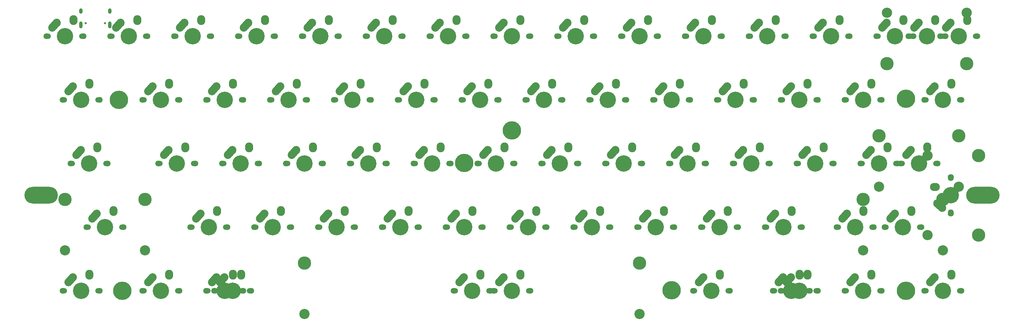
<source format=gbr>
G04 #@! TF.GenerationSoftware,KiCad,Pcbnew,(6.0.4)*
G04 #@! TF.CreationDate,2022-03-30T13:56:44+02:00*
G04 #@! TF.ProjectId,pcb,7063622e-6b69-4636-9164-5f7063625858,rev?*
G04 #@! TF.SameCoordinates,Original*
G04 #@! TF.FileFunction,Soldermask,Top*
G04 #@! TF.FilePolarity,Negative*
%FSLAX46Y46*%
G04 Gerber Fmt 4.6, Leading zero omitted, Abs format (unit mm)*
G04 Created by KiCad (PCBNEW (6.0.4)) date 2022-03-30 13:56:44*
%MOMM*%
%LPD*%
G01*
G04 APERTURE LIST*
G04 Aperture macros list*
%AMHorizOval*
0 Thick line with rounded ends*
0 $1 width*
0 $2 $3 position (X,Y) of the first rounded end (center of the circle)*
0 $4 $5 position (X,Y) of the second rounded end (center of the circle)*
0 Add line between two ends*
20,1,$1,$2,$3,$4,$5,0*
0 Add two circle primitives to create the rounded ends*
1,1,$1,$2,$3*
1,1,$1,$4,$5*%
G04 Aperture macros list end*
%ADD10O,10.000000X5.000000*%
%ADD11C,5.500000*%
%ADD12C,1.700000*%
%ADD13C,1.800000*%
%ADD14C,4.900000*%
%ADD15C,2.400000*%
%ADD16HorizOval,2.400000X-0.669131X-0.743145X0.669131X0.743145X0*%
%ADD17O,2.400000X2.950000*%
%ADD18C,3.048000*%
%ADD19C,3.987800*%
%ADD20HorizOval,2.400000X-0.743145X0.669131X0.743145X-0.669131X0*%
%ADD21O,2.950000X2.400000*%
%ADD22C,0.650000*%
%ADD23O,1.000000X2.100000*%
%ADD24O,1.000000X1.600000*%
G04 APERTURE END LIST*
D10*
X2381252Y-57125000D03*
X283368988Y-57125000D03*
D11*
X26625000Y-85725072D03*
X142875000Y-37750000D03*
X260430000Y-85725072D03*
X260425000Y-28227050D03*
X25600000Y-28575024D03*
X128587608Y-47425040D03*
X190500160Y-85525000D03*
D12*
X128270000Y-28575000D03*
D13*
X138850000Y-28575000D03*
D12*
X138430000Y-28575000D03*
D13*
X127850000Y-28575000D03*
D14*
X133350000Y-28575000D03*
D15*
X130850000Y-24575000D03*
D16*
X130219131Y-25281855D03*
D17*
X135850000Y-23775000D03*
D12*
X147955000Y-9525000D03*
D13*
X137375000Y-9525000D03*
D12*
X137795000Y-9525000D03*
D13*
X148375000Y-9525000D03*
D14*
X142875000Y-9525000D03*
D15*
X140375000Y-5525000D03*
D16*
X139744131Y-6231855D03*
D17*
X145375000Y-4725000D03*
D18*
X266858750Y-69056250D03*
X266858750Y-45243750D03*
D19*
X282098750Y-45243750D03*
X282098750Y-69056250D03*
D14*
X61912500Y-47625000D03*
D13*
X56412500Y-47625000D03*
D12*
X56832500Y-47625000D03*
X66992500Y-47625000D03*
D13*
X67412500Y-47625000D03*
D15*
X59412500Y-43625000D03*
D16*
X58781631Y-44331855D03*
D17*
X64412500Y-42825000D03*
D13*
X220718750Y-85725000D03*
D12*
X221138750Y-85725000D03*
X231298750Y-85725000D03*
D14*
X226218750Y-85725000D03*
D13*
X231718750Y-85725000D03*
D16*
X223087881Y-82431855D03*
D15*
X223718750Y-81725000D03*
D17*
X228718750Y-80925000D03*
D12*
X209232500Y-47625000D03*
X219392500Y-47625000D03*
D13*
X219812500Y-47625000D03*
D14*
X214312500Y-47625000D03*
D13*
X208812500Y-47625000D03*
D15*
X211812500Y-43625000D03*
D16*
X211181631Y-44331855D03*
D17*
X216812500Y-42825000D03*
D12*
X16351250Y-66675000D03*
D13*
X15931250Y-66675000D03*
D14*
X21431250Y-66675000D03*
D12*
X26511250Y-66675000D03*
D13*
X26931250Y-66675000D03*
D16*
X18300381Y-63381855D03*
D15*
X18931250Y-62675000D03*
D17*
X23931250Y-61875000D03*
D13*
X242150000Y-85725000D03*
D12*
X252730000Y-85725000D03*
X242570000Y-85725000D03*
D14*
X247650000Y-85725000D03*
D13*
X253150000Y-85725000D03*
D15*
X245150000Y-81725000D03*
D16*
X244519131Y-82431855D03*
D17*
X250150000Y-80925000D03*
D14*
X233362500Y-47625000D03*
D13*
X227862500Y-47625000D03*
D12*
X238442500Y-47625000D03*
X228282500Y-47625000D03*
D13*
X238862500Y-47625000D03*
D16*
X230231631Y-44331855D03*
D15*
X230862500Y-43625000D03*
D17*
X235862500Y-42825000D03*
D13*
X180237500Y-66675000D03*
D14*
X185737500Y-66675000D03*
D13*
X191237500Y-66675000D03*
D12*
X180657500Y-66675000D03*
X190817500Y-66675000D03*
D16*
X182606631Y-63381855D03*
D15*
X183237500Y-62675000D03*
D17*
X188237500Y-61875000D03*
D13*
X246912500Y-47625000D03*
X257912500Y-47625000D03*
D14*
X252412500Y-47625000D03*
D12*
X257492500Y-47625000D03*
X247332500Y-47625000D03*
D16*
X249281631Y-44331855D03*
D15*
X249912500Y-43625000D03*
D17*
X254912500Y-42825000D03*
D12*
X104457500Y-66675000D03*
D13*
X104037500Y-66675000D03*
D12*
X114617500Y-66675000D03*
D14*
X109537500Y-66675000D03*
D13*
X115037500Y-66675000D03*
D15*
X107037500Y-62675000D03*
D16*
X106406631Y-63381855D03*
D17*
X112037500Y-61875000D03*
D18*
X254793750Y-2540000D03*
X278606250Y-2540000D03*
D19*
X278606250Y-17780000D03*
X254793750Y-17780000D03*
D12*
X190182500Y-47625000D03*
D13*
X189762500Y-47625000D03*
D14*
X195262500Y-47625000D03*
D13*
X200762500Y-47625000D03*
D12*
X200342500Y-47625000D03*
D15*
X192762500Y-43625000D03*
D16*
X192131631Y-44331855D03*
D17*
X197762500Y-42825000D03*
D13*
X270725000Y-9525000D03*
X281725000Y-9525000D03*
D12*
X271145000Y-9525000D03*
D14*
X276225000Y-9525000D03*
D12*
X281305000Y-9525000D03*
D15*
X273725000Y-5525000D03*
D16*
X273094131Y-6231855D03*
D17*
X278725000Y-4725000D03*
D12*
X252730000Y-28575000D03*
D13*
X253150000Y-28575000D03*
D14*
X247650000Y-28575000D03*
D13*
X242150000Y-28575000D03*
D12*
X242570000Y-28575000D03*
D16*
X244519131Y-25281855D03*
D15*
X245150000Y-24575000D03*
D17*
X250150000Y-23775000D03*
D13*
X123087500Y-66675000D03*
D14*
X128587500Y-66675000D03*
D12*
X133667500Y-66675000D03*
D13*
X134087500Y-66675000D03*
D12*
X123507500Y-66675000D03*
D15*
X126087500Y-62675000D03*
D16*
X125456631Y-63381855D03*
D17*
X131087500Y-61875000D03*
D12*
X233680000Y-85725000D03*
D13*
X223100000Y-85725000D03*
X234100000Y-85725000D03*
D12*
X223520000Y-85725000D03*
D14*
X228600000Y-85725000D03*
D16*
X225469131Y-82431855D03*
D15*
X226100000Y-81725000D03*
D17*
X231100000Y-80925000D03*
D13*
X113562500Y-47625000D03*
D12*
X124142500Y-47625000D03*
D14*
X119062500Y-47625000D03*
D13*
X124562500Y-47625000D03*
D12*
X113982500Y-47625000D03*
D15*
X116562500Y-43625000D03*
D16*
X115931631Y-44331855D03*
D17*
X121562500Y-42825000D03*
D13*
X213575000Y-9525000D03*
D12*
X213995000Y-9525000D03*
X224155000Y-9525000D03*
D14*
X219075000Y-9525000D03*
D13*
X224575000Y-9525000D03*
D15*
X216575000Y-5525000D03*
D16*
X215944131Y-6231855D03*
D17*
X221575000Y-4725000D03*
D13*
X11168750Y-47625000D03*
X22168750Y-47625000D03*
D14*
X16668750Y-47625000D03*
D12*
X21748750Y-47625000D03*
X11588750Y-47625000D03*
D15*
X14168750Y-43625000D03*
D16*
X13537881Y-44331855D03*
D17*
X19168750Y-42825000D03*
D12*
X66357500Y-66675000D03*
D14*
X71437500Y-66675000D03*
D12*
X76517500Y-66675000D03*
D13*
X65937500Y-66675000D03*
X76937500Y-66675000D03*
D15*
X68937500Y-62675000D03*
D16*
X68306631Y-63381855D03*
D17*
X73937500Y-61875000D03*
D13*
X151662500Y-47625000D03*
D12*
X152082500Y-47625000D03*
D13*
X162662500Y-47625000D03*
D14*
X157162500Y-47625000D03*
D12*
X162242500Y-47625000D03*
D15*
X154662500Y-43625000D03*
D16*
X154031631Y-44331855D03*
D17*
X159662500Y-42825000D03*
D14*
X245268750Y-66675000D03*
D13*
X239768750Y-66675000D03*
D12*
X250348750Y-66675000D03*
X240188750Y-66675000D03*
D13*
X250768750Y-66675000D03*
D15*
X242768750Y-62675000D03*
D16*
X242137881Y-63381855D03*
D17*
X247768750Y-61875000D03*
D12*
X81280000Y-28575000D03*
D14*
X76200000Y-28575000D03*
D13*
X81700000Y-28575000D03*
D12*
X71120000Y-28575000D03*
D13*
X70700000Y-28575000D03*
D16*
X73069131Y-25281855D03*
D15*
X73700000Y-24575000D03*
D17*
X78700000Y-23775000D03*
D14*
X271462500Y-85725000D03*
D12*
X276542500Y-85725000D03*
X266382500Y-85725000D03*
D13*
X276962500Y-85725000D03*
X265962500Y-85725000D03*
D16*
X268331631Y-82431855D03*
D15*
X268962500Y-81725000D03*
D17*
X273962500Y-80925000D03*
D14*
X259556250Y-66675000D03*
D13*
X254056250Y-66675000D03*
D12*
X264636250Y-66675000D03*
X254476250Y-66675000D03*
D13*
X265056250Y-66675000D03*
D15*
X257056250Y-62675000D03*
D16*
X256425381Y-63381855D03*
D17*
X262056250Y-61875000D03*
D13*
X276962500Y-28575000D03*
X265962500Y-28575000D03*
D12*
X266382500Y-28575000D03*
D14*
X271462500Y-28575000D03*
D12*
X276542500Y-28575000D03*
D16*
X268331631Y-25281855D03*
D15*
X268962500Y-24575000D03*
D17*
X273962500Y-23775000D03*
D13*
X234100000Y-28575000D03*
X223100000Y-28575000D03*
D12*
X223520000Y-28575000D03*
X233680000Y-28575000D03*
D14*
X228600000Y-28575000D03*
D16*
X225469131Y-25281855D03*
D15*
X226100000Y-24575000D03*
D17*
X231100000Y-23775000D03*
D19*
X252412500Y-39370000D03*
X276225000Y-39370000D03*
D18*
X276225000Y-54610000D03*
X252412500Y-54610000D03*
D13*
X23075000Y-9525000D03*
D14*
X28575000Y-9525000D03*
D12*
X33655000Y-9525000D03*
D13*
X34075000Y-9525000D03*
D12*
X23495000Y-9525000D03*
D15*
X26075000Y-5525000D03*
D16*
X25444131Y-6231855D03*
D17*
X31075000Y-4725000D03*
D14*
X204787500Y-66675000D03*
D13*
X210287500Y-66675000D03*
D12*
X209867500Y-66675000D03*
D13*
X199287500Y-66675000D03*
D12*
X199707500Y-66675000D03*
D15*
X202287500Y-62675000D03*
D16*
X201656631Y-63381855D03*
D17*
X207287500Y-61875000D03*
D13*
X258818750Y-47625000D03*
D12*
X259238750Y-47625000D03*
X269398750Y-47625000D03*
D13*
X269818750Y-47625000D03*
D14*
X264318750Y-47625000D03*
D15*
X261818750Y-43625000D03*
D16*
X261187881Y-44331855D03*
D17*
X266818750Y-42825000D03*
D13*
X89750000Y-28575000D03*
X100750000Y-28575000D03*
D12*
X90170000Y-28575000D03*
X100330000Y-28575000D03*
D14*
X95250000Y-28575000D03*
D15*
X92750000Y-24575000D03*
D16*
X92119131Y-25281855D03*
D17*
X97750000Y-23775000D03*
D13*
X125468750Y-85725000D03*
D12*
X125888750Y-85725000D03*
D14*
X130968750Y-85725000D03*
D13*
X136468750Y-85725000D03*
D12*
X136048750Y-85725000D03*
D16*
X127837881Y-82431855D03*
D15*
X128468750Y-81725000D03*
D17*
X133468750Y-80925000D03*
D13*
X51650000Y-28575000D03*
X62650000Y-28575000D03*
D12*
X52070000Y-28575000D03*
D14*
X57150000Y-28575000D03*
D12*
X62230000Y-28575000D03*
D16*
X54019131Y-25281855D03*
D15*
X54650000Y-24575000D03*
D17*
X59650000Y-23775000D03*
D14*
X100012500Y-47625000D03*
D12*
X94932500Y-47625000D03*
X105092500Y-47625000D03*
D13*
X94512500Y-47625000D03*
X105512500Y-47625000D03*
D15*
X97512500Y-43625000D03*
D16*
X96881631Y-44331855D03*
D17*
X102512500Y-42825000D03*
D13*
X181712500Y-47625000D03*
X170712500Y-47625000D03*
D14*
X176212500Y-47625000D03*
D12*
X171132500Y-47625000D03*
X181292500Y-47625000D03*
D16*
X173081631Y-44331855D03*
D15*
X173712500Y-43625000D03*
D17*
X178712500Y-42825000D03*
D12*
X142557500Y-66675000D03*
D13*
X142137500Y-66675000D03*
D12*
X152717500Y-66675000D03*
D13*
X153137500Y-66675000D03*
D14*
X147637500Y-66675000D03*
D16*
X144506631Y-63381855D03*
D15*
X145137500Y-62675000D03*
D17*
X150137500Y-61875000D03*
D12*
X90805000Y-9525000D03*
D13*
X80225000Y-9525000D03*
D12*
X80645000Y-9525000D03*
D14*
X85725000Y-9525000D03*
D13*
X91225000Y-9525000D03*
D15*
X83225000Y-5525000D03*
D16*
X82594131Y-6231855D03*
D17*
X88225000Y-4725000D03*
D12*
X133032500Y-47625000D03*
D13*
X143612500Y-47625000D03*
D14*
X138112500Y-47625000D03*
D12*
X143192500Y-47625000D03*
D13*
X132612500Y-47625000D03*
D16*
X134981631Y-44331855D03*
D15*
X135612500Y-43625000D03*
D17*
X140612500Y-42825000D03*
D12*
X171767500Y-66675000D03*
D13*
X172187500Y-66675000D03*
X161187500Y-66675000D03*
D14*
X166687500Y-66675000D03*
D12*
X161607500Y-66675000D03*
D16*
X163556631Y-63381855D03*
D15*
X164187500Y-62675000D03*
D17*
X169187500Y-61875000D03*
D12*
X195580000Y-28575000D03*
D13*
X196000000Y-28575000D03*
D12*
X185420000Y-28575000D03*
D13*
X185000000Y-28575000D03*
D14*
X190500000Y-28575000D03*
D16*
X187369131Y-25281855D03*
D15*
X188000000Y-24575000D03*
D17*
X193000000Y-23775000D03*
D12*
X37782500Y-47625000D03*
D13*
X48362500Y-47625000D03*
D14*
X42862500Y-47625000D03*
D12*
X47942500Y-47625000D03*
D13*
X37362500Y-47625000D03*
D16*
X39731631Y-44331855D03*
D15*
X40362500Y-43625000D03*
D17*
X45362500Y-42825000D03*
D13*
X75462500Y-47625000D03*
D14*
X80962500Y-47625000D03*
D12*
X75882500Y-47625000D03*
X86042500Y-47625000D03*
D13*
X86462500Y-47625000D03*
D15*
X78462500Y-43625000D03*
D16*
X77831631Y-44331855D03*
D17*
X83462500Y-42825000D03*
D12*
X205105000Y-9525000D03*
X194945000Y-9525000D03*
D13*
X205525000Y-9525000D03*
X194525000Y-9525000D03*
D14*
X200025000Y-9525000D03*
D16*
X196894131Y-6231855D03*
D15*
X197525000Y-5525000D03*
D17*
X202525000Y-4725000D03*
D12*
X186055000Y-9525000D03*
D13*
X186475000Y-9525000D03*
X175475000Y-9525000D03*
D12*
X175895000Y-9525000D03*
D14*
X180975000Y-9525000D03*
D15*
X178475000Y-5525000D03*
D16*
X177844131Y-6231855D03*
D17*
X183475000Y-4725000D03*
D14*
X266700000Y-9525000D03*
D12*
X261620000Y-9525000D03*
D13*
X261200000Y-9525000D03*
X272200000Y-9525000D03*
D12*
X271780000Y-9525000D03*
D15*
X264200000Y-5525000D03*
D16*
X263569131Y-6231855D03*
D17*
X269200000Y-4725000D03*
D12*
X61595000Y-9525000D03*
D13*
X61175000Y-9525000D03*
D14*
X66675000Y-9525000D03*
D13*
X72175000Y-9525000D03*
D12*
X71755000Y-9525000D03*
D15*
X64175000Y-5525000D03*
D16*
X63544131Y-6231855D03*
D17*
X69175000Y-4725000D03*
D13*
X84987500Y-66675000D03*
D14*
X90487500Y-66675000D03*
D13*
X95987500Y-66675000D03*
D12*
X85407500Y-66675000D03*
X95567500Y-66675000D03*
D15*
X87987500Y-62675000D03*
D16*
X87356631Y-63381855D03*
D17*
X92987500Y-61875000D03*
D13*
X43600000Y-85725000D03*
X32600000Y-85725000D03*
D12*
X33020000Y-85725000D03*
X43180000Y-85725000D03*
D14*
X38100000Y-85725000D03*
D16*
X34969131Y-82431855D03*
D15*
X35600000Y-81725000D03*
D17*
X40600000Y-80925000D03*
D12*
X252095000Y-9525000D03*
D13*
X262675000Y-9525000D03*
D12*
X262255000Y-9525000D03*
D13*
X251675000Y-9525000D03*
D14*
X257175000Y-9525000D03*
D15*
X254675000Y-5525000D03*
D16*
X254044131Y-6231855D03*
D17*
X259675000Y-4725000D03*
D13*
X176950000Y-28575000D03*
D14*
X171450000Y-28575000D03*
D13*
X165950000Y-28575000D03*
D12*
X176530000Y-28575000D03*
X166370000Y-28575000D03*
D15*
X168950000Y-24575000D03*
D16*
X168319131Y-25281855D03*
D17*
X173950000Y-23775000D03*
D14*
X142875000Y-85725000D03*
D13*
X137375000Y-85725000D03*
D12*
X147955000Y-85725000D03*
X137795000Y-85725000D03*
D13*
X148375000Y-85725000D03*
D16*
X139744131Y-82431855D03*
D15*
X140375000Y-81725000D03*
D17*
X145375000Y-80925000D03*
D13*
X207906250Y-85725000D03*
X196906250Y-85725000D03*
D12*
X197326250Y-85725000D03*
X207486250Y-85725000D03*
D14*
X202406250Y-85725000D03*
D15*
X199906250Y-81725000D03*
D16*
X199275381Y-82431855D03*
D17*
X204906250Y-80925000D03*
D12*
X52070000Y-85725000D03*
D13*
X51650000Y-85725000D03*
X62650000Y-85725000D03*
D14*
X57150000Y-85725000D03*
D12*
X62230000Y-85725000D03*
D16*
X54019131Y-82431855D03*
D15*
X54650000Y-81725000D03*
D17*
X59650000Y-80925000D03*
D18*
X247650000Y-73660000D03*
D19*
X271462500Y-58420000D03*
X247650000Y-58420000D03*
D18*
X271462500Y-73660000D03*
D14*
X273843750Y-57150000D03*
D12*
X273843750Y-62230000D03*
X273843750Y-52070000D03*
D13*
X273843750Y-51650000D03*
X273843750Y-62650000D03*
D15*
X269843750Y-59650000D03*
D20*
X270550605Y-60280869D03*
D21*
X269043750Y-54650000D03*
D13*
X119800000Y-28575000D03*
D12*
X119380000Y-28575000D03*
X109220000Y-28575000D03*
D14*
X114300000Y-28575000D03*
D13*
X108800000Y-28575000D03*
D15*
X111800000Y-24575000D03*
D16*
X111169131Y-25281855D03*
D17*
X116800000Y-23775000D03*
D12*
X109855000Y-9525000D03*
X99695000Y-9525000D03*
D13*
X99275000Y-9525000D03*
D14*
X104775000Y-9525000D03*
D13*
X110275000Y-9525000D03*
D15*
X102275000Y-5525000D03*
D16*
X101644131Y-6231855D03*
D17*
X107275000Y-4725000D03*
D14*
X38100000Y-28575000D03*
D13*
X43600000Y-28575000D03*
D12*
X33020000Y-28575000D03*
D13*
X32600000Y-28575000D03*
D12*
X43180000Y-28575000D03*
D16*
X34969131Y-25281855D03*
D15*
X35600000Y-24575000D03*
D17*
X40600000Y-23775000D03*
D14*
X123825000Y-9525000D03*
D12*
X118745000Y-9525000D03*
D13*
X129325000Y-9525000D03*
X118325000Y-9525000D03*
D12*
X128905000Y-9525000D03*
D16*
X120694131Y-6231855D03*
D15*
X121325000Y-5525000D03*
D17*
X126325000Y-4725000D03*
D13*
X204050000Y-28575000D03*
D12*
X204470000Y-28575000D03*
D14*
X209550000Y-28575000D03*
D13*
X215050000Y-28575000D03*
D12*
X214630000Y-28575000D03*
D15*
X207050000Y-24575000D03*
D16*
X206419131Y-25281855D03*
D17*
X212050000Y-23775000D03*
D19*
X180975000Y-77470000D03*
D18*
X80962500Y-92710000D03*
X180975000Y-92710000D03*
D19*
X80962500Y-77470000D03*
D12*
X52705000Y-9525000D03*
D13*
X53125000Y-9525000D03*
D14*
X47625000Y-9525000D03*
D12*
X42545000Y-9525000D03*
D13*
X42125000Y-9525000D03*
D15*
X45125000Y-5525000D03*
D16*
X44494131Y-6231855D03*
D17*
X50125000Y-4725000D03*
D12*
X9207500Y-28575000D03*
X19367500Y-28575000D03*
D13*
X19787500Y-28575000D03*
X8787500Y-28575000D03*
D14*
X14287500Y-28575000D03*
D16*
X11156631Y-25281855D03*
D15*
X11787500Y-24575000D03*
D17*
X16787500Y-23775000D03*
D13*
X4025000Y-9525000D03*
D12*
X14605000Y-9525000D03*
D14*
X9525000Y-9525000D03*
D12*
X4445000Y-9525000D03*
D13*
X15025000Y-9525000D03*
D16*
X6394131Y-6231855D03*
D15*
X7025000Y-5525000D03*
D17*
X12025000Y-4725000D03*
D18*
X9525000Y-73660000D03*
D19*
X33337500Y-58420000D03*
X9525000Y-58420000D03*
D18*
X33337500Y-73660000D03*
D13*
X167425000Y-9525000D03*
D12*
X156845000Y-9525000D03*
D14*
X161925000Y-9525000D03*
D13*
X156425000Y-9525000D03*
D12*
X167005000Y-9525000D03*
D15*
X159425000Y-5525000D03*
D16*
X158794131Y-6231855D03*
D17*
X164425000Y-4725000D03*
D12*
X218757500Y-66675000D03*
X228917500Y-66675000D03*
D13*
X229337500Y-66675000D03*
X218337500Y-66675000D03*
D14*
X223837500Y-66675000D03*
D16*
X220706631Y-63381855D03*
D15*
X221337500Y-62675000D03*
D17*
X226337500Y-61875000D03*
D13*
X243625000Y-9525000D03*
X232625000Y-9525000D03*
D14*
X238125000Y-9525000D03*
D12*
X233045000Y-9525000D03*
X243205000Y-9525000D03*
D16*
X234994131Y-6231855D03*
D15*
X235625000Y-5525000D03*
D17*
X240625000Y-4725000D03*
D12*
X157480000Y-28575000D03*
X147320000Y-28575000D03*
D13*
X157900000Y-28575000D03*
X146900000Y-28575000D03*
D14*
X152400000Y-28575000D03*
D16*
X149269131Y-25281855D03*
D15*
X149900000Y-24575000D03*
D17*
X154900000Y-23775000D03*
D13*
X65031250Y-85725000D03*
D14*
X59531250Y-85725000D03*
D12*
X64611250Y-85725000D03*
D13*
X54031250Y-85725000D03*
D12*
X54451250Y-85725000D03*
D15*
X57031250Y-81725000D03*
D16*
X56400381Y-82431855D03*
D17*
X62031250Y-80925000D03*
D12*
X19367500Y-85725000D03*
X9207500Y-85725000D03*
D14*
X14287500Y-85725000D03*
D13*
X8787500Y-85725000D03*
X19787500Y-85725000D03*
D15*
X11787500Y-81725000D03*
D16*
X11156631Y-82431855D03*
D17*
X16787500Y-80925000D03*
D12*
X47307500Y-66675000D03*
D14*
X52387500Y-66675000D03*
D13*
X46887500Y-66675000D03*
X57887500Y-66675000D03*
D12*
X57467500Y-66675000D03*
D16*
X49256631Y-63381855D03*
D15*
X49887500Y-62675000D03*
D17*
X54887500Y-61875000D03*
D22*
X21455000Y-5635000D03*
X15675000Y-5635000D03*
D23*
X22885000Y-6165000D03*
D24*
X22885000Y-1985000D03*
X14245000Y-1985000D03*
D23*
X14245000Y-6165000D03*
M02*

</source>
